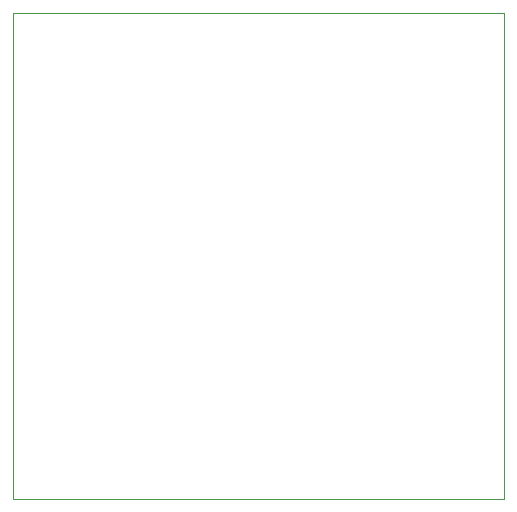
<source format=gbr>
%TF.GenerationSoftware,KiCad,Pcbnew,(7.0.0)*%
%TF.CreationDate,2023-03-14T15:09:46+01:00*%
%TF.ProjectId,breakout-board-receiver,62726561-6b6f-4757-942d-626f6172642d,rev?*%
%TF.SameCoordinates,Original*%
%TF.FileFunction,Profile,NP*%
%FSLAX46Y46*%
G04 Gerber Fmt 4.6, Leading zero omitted, Abs format (unit mm)*
G04 Created by KiCad (PCBNEW (7.0.0)) date 2023-03-14 15:09:46*
%MOMM*%
%LPD*%
G01*
G04 APERTURE LIST*
%TA.AperFunction,Profile*%
%ADD10C,0.100000*%
%TD*%
G04 APERTURE END LIST*
D10*
X154800000Y-77800000D02*
X196400000Y-77800000D01*
X196400000Y-77800000D02*
X196400000Y-119000000D01*
X196400000Y-119000000D02*
X154800000Y-119000000D01*
X154800000Y-119000000D02*
X154800000Y-77800000D01*
M02*

</source>
